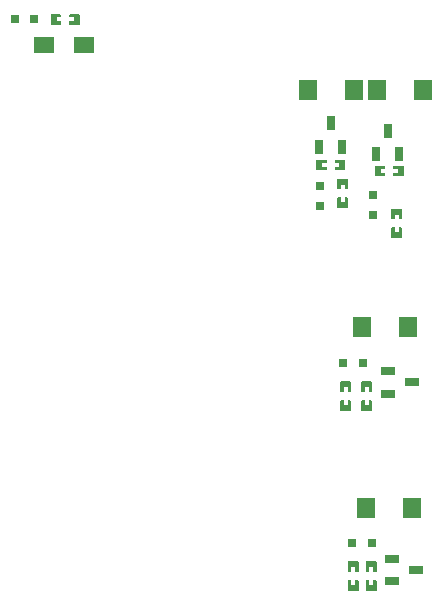
<source format=gtp>
G04 Layer: TopPasteMaskLayer*
G04 EasyEDA v6.5.22, 2025-01-04 22:24:20*
G04 4654ec591aaf40839b9ddd4dd84afded,10*
G04 Gerber Generator version 0.2*
G04 Scale: 100 percent, Rotated: No, Reflected: No *
G04 Dimensions in millimeters *
G04 leading zeros omitted , absolute positions ,4 integer and 5 decimal *
%FSLAX45Y45*%
%MOMM*%

%AMMACRO1*21,1,$1,$2,0,0,$3*%
%ADD10R,1.6000X1.7000*%
%ADD11R,1.2500X0.7000*%
%ADD12R,0.8000X0.8000*%
%ADD13R,0.7000X1.2500*%
%ADD14MACRO1,1.296X1.7575X-90.0000*%

%LPD*%
G36*
X4354220Y721410D02*
G01*
X4349191Y716381D01*
X4349191Y636422D01*
X4354220Y631393D01*
X4376978Y631393D01*
X4376978Y668426D01*
X4409998Y668426D01*
X4409998Y631393D01*
X4434179Y631393D01*
X4439208Y636422D01*
X4439208Y716381D01*
X4434179Y721410D01*
G37*
G36*
X4354220Y561390D02*
G01*
X4349191Y556412D01*
X4349191Y477418D01*
X4354220Y472389D01*
X4434179Y472389D01*
X4439208Y477418D01*
X4439208Y556412D01*
X4434179Y561390D01*
X4409998Y561390D01*
X4409998Y523392D01*
X4376978Y523392D01*
X4376978Y561390D01*
G37*
G36*
X4316120Y2245410D02*
G01*
X4311091Y2240381D01*
X4311091Y2160422D01*
X4316120Y2155393D01*
X4338878Y2155393D01*
X4338878Y2192426D01*
X4371898Y2192426D01*
X4371898Y2155393D01*
X4396079Y2155393D01*
X4401108Y2160422D01*
X4401108Y2240381D01*
X4396079Y2245410D01*
G37*
G36*
X4316120Y2085390D02*
G01*
X4311091Y2080412D01*
X4311091Y2001418D01*
X4316120Y1996389D01*
X4396079Y1996389D01*
X4401108Y2001418D01*
X4401108Y2080412D01*
X4396079Y2085390D01*
X4371898Y2085390D01*
X4371898Y2047392D01*
X4338878Y2047392D01*
X4338878Y2085390D01*
G37*
G36*
X4427118Y4070908D02*
G01*
X4422089Y4065879D01*
X4422089Y3985920D01*
X4427118Y3980891D01*
X4507077Y3980891D01*
X4512106Y3985920D01*
X4512106Y4008678D01*
X4475124Y4008678D01*
X4475124Y4041698D01*
X4512106Y4041698D01*
X4512106Y4065879D01*
X4507077Y4070908D01*
G37*
G36*
X4587087Y4070908D02*
G01*
X4582109Y4065879D01*
X4582109Y4041698D01*
X4620107Y4041698D01*
X4620107Y4008678D01*
X4582109Y4008678D01*
X4582109Y3985920D01*
X4587087Y3980891D01*
X4666081Y3980891D01*
X4671110Y3985920D01*
X4671110Y4065879D01*
X4666081Y4070908D01*
G37*
G36*
X3931818Y4121708D02*
G01*
X3926789Y4116679D01*
X3926789Y4036720D01*
X3931818Y4031691D01*
X4011777Y4031691D01*
X4016806Y4036720D01*
X4016806Y4059478D01*
X3979824Y4059478D01*
X3979824Y4092498D01*
X4016806Y4092498D01*
X4016806Y4116679D01*
X4011777Y4121708D01*
G37*
G36*
X4091787Y4121708D02*
G01*
X4086809Y4116679D01*
X4086809Y4092498D01*
X4124807Y4092498D01*
X4124807Y4059478D01*
X4086809Y4059478D01*
X4086809Y4036720D01*
X4091787Y4031691D01*
X4170781Y4031691D01*
X4175810Y4036720D01*
X4175810Y4116679D01*
X4170781Y4121708D01*
G37*
G36*
X4201820Y721410D02*
G01*
X4196791Y716381D01*
X4196791Y636422D01*
X4201820Y631393D01*
X4224578Y631393D01*
X4224578Y668426D01*
X4257598Y668426D01*
X4257598Y631393D01*
X4281779Y631393D01*
X4286808Y636422D01*
X4286808Y716381D01*
X4281779Y721410D01*
G37*
G36*
X4201820Y561390D02*
G01*
X4196791Y556412D01*
X4196791Y477418D01*
X4201820Y472389D01*
X4281779Y472389D01*
X4286808Y477418D01*
X4286808Y556412D01*
X4281779Y561390D01*
X4257598Y561390D01*
X4257598Y523392D01*
X4224578Y523392D01*
X4224578Y561390D01*
G37*
G36*
X4138320Y2245410D02*
G01*
X4133291Y2240381D01*
X4133291Y2160422D01*
X4138320Y2155393D01*
X4161078Y2155393D01*
X4161078Y2192426D01*
X4194098Y2192426D01*
X4194098Y2155393D01*
X4218279Y2155393D01*
X4223308Y2160422D01*
X4223308Y2240381D01*
X4218279Y2245410D01*
G37*
G36*
X4138320Y2085390D02*
G01*
X4133291Y2080412D01*
X4133291Y2001418D01*
X4138320Y1996389D01*
X4218279Y1996389D01*
X4223308Y2001418D01*
X4223308Y2080412D01*
X4218279Y2085390D01*
X4194098Y2085390D01*
X4194098Y2047392D01*
X4161078Y2047392D01*
X4161078Y2085390D01*
G37*
G36*
X4570120Y3546906D02*
G01*
X4565091Y3541877D01*
X4565091Y3461918D01*
X4570120Y3456889D01*
X4650079Y3456889D01*
X4655108Y3461918D01*
X4655108Y3541877D01*
X4650079Y3546906D01*
X4627321Y3546906D01*
X4627321Y3509873D01*
X4594301Y3509873D01*
X4594301Y3546906D01*
G37*
G36*
X4570120Y3705910D02*
G01*
X4565091Y3700881D01*
X4565091Y3621887D01*
X4570120Y3616909D01*
X4594301Y3616909D01*
X4594301Y3654907D01*
X4627321Y3654907D01*
X4627321Y3616909D01*
X4650079Y3616909D01*
X4655108Y3621887D01*
X4655108Y3700881D01*
X4650079Y3705910D01*
G37*
G36*
X4112920Y3800906D02*
G01*
X4107891Y3795877D01*
X4107891Y3715918D01*
X4112920Y3710889D01*
X4192879Y3710889D01*
X4197908Y3715918D01*
X4197908Y3795877D01*
X4192879Y3800906D01*
X4170121Y3800906D01*
X4170121Y3763873D01*
X4137101Y3763873D01*
X4137101Y3800906D01*
G37*
G36*
X4112920Y3959910D02*
G01*
X4107891Y3954881D01*
X4107891Y3875887D01*
X4112920Y3870909D01*
X4137101Y3870909D01*
X4137101Y3908907D01*
X4170121Y3908907D01*
X4170121Y3870909D01*
X4192879Y3870909D01*
X4197908Y3875887D01*
X4197908Y3954881D01*
X4192879Y3959910D01*
G37*
G36*
X1842922Y5353608D02*
G01*
X1837893Y5348579D01*
X1837893Y5325821D01*
X1874926Y5325821D01*
X1874926Y5292801D01*
X1837893Y5292801D01*
X1837893Y5268620D01*
X1842922Y5263591D01*
X1922881Y5263591D01*
X1927910Y5268620D01*
X1927910Y5348579D01*
X1922881Y5353608D01*
G37*
G36*
X1683918Y5353608D02*
G01*
X1678889Y5348579D01*
X1678889Y5268620D01*
X1683918Y5263591D01*
X1762912Y5263591D01*
X1767890Y5268620D01*
X1767890Y5292801D01*
X1729892Y5292801D01*
X1729892Y5325821D01*
X1767890Y5325821D01*
X1767890Y5348579D01*
X1762912Y5353608D01*
G37*
D10*
G01*
X4742611Y1168400D03*
G01*
X4350588Y1168400D03*
D11*
G01*
X4573600Y742695D03*
G01*
X4573600Y552704D03*
G01*
X4773599Y647700D03*
D12*
G01*
X4232909Y876300D03*
G01*
X4403090Y876300D03*
D10*
G01*
X4704511Y2705100D03*
G01*
X4312488Y2705100D03*
G01*
X4439513Y4711700D03*
G01*
X4831511Y4711700D03*
G01*
X3855288Y4711700D03*
G01*
X4247311Y4711700D03*
D11*
G01*
X4535500Y2330195D03*
G01*
X4535500Y2140204D03*
G01*
X4735499Y2235200D03*
D13*
G01*
X4438904Y4167200D03*
G01*
X4628895Y4167200D03*
G01*
X4533900Y4367199D03*
G01*
X3956304Y4230700D03*
G01*
X4146295Y4230700D03*
G01*
X4051300Y4430699D03*
D12*
G01*
X4156709Y2400300D03*
G01*
X4326890Y2400300D03*
G01*
X4406900Y3648710D03*
G01*
X4406900Y3818889D03*
G01*
X3962400Y3724910D03*
G01*
X3962400Y3895089D03*
D14*
G01*
X1622075Y5092700D03*
G01*
X1959324Y5092700D03*
D12*
G01*
X1380566Y5308600D03*
G01*
X1540459Y5308600D03*
M02*

</source>
